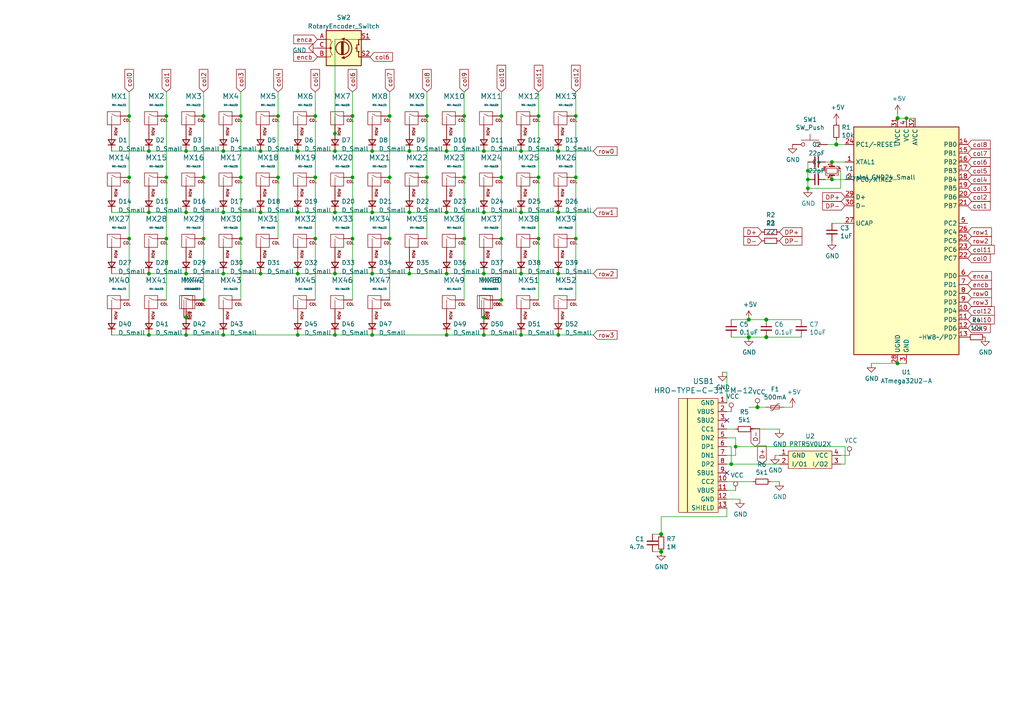
<source format=kicad_sch>
(kicad_sch (version 20210621) (generator eeschema)
  (paper "A4")
  (junction (at 37.465 33.655) (diameter 0.9144))
  (junction (at 37.465 51.435) (diameter 0.9144))
  (junction (at 37.465 69.215) (diameter 0.9144))
  (junction (at 43.18 43.815) (diameter 0.9144))
  (junction (at 43.18 61.595) (diameter 0.9144))
  (junction (at 43.18 79.375) (diameter 0.9144))
  (junction (at 43.18 97.155) (diameter 0.9144))
  (junction (at 48.26 33.655) (diameter 0.9144))
  (junction (at 48.26 51.435) (diameter 0.9144))
  (junction (at 48.26 69.215) (diameter 0.9144))
  (junction (at 53.975 43.815) (diameter 0.9144))
  (junction (at 53.975 61.595) (diameter 0.9144))
  (junction (at 53.975 79.375) (diameter 0.9144))
  (junction (at 53.975 92.075) (diameter 0.9144))
  (junction (at 53.975 97.155) (diameter 0.9144))
  (junction (at 59.055 33.655) (diameter 0.9144))
  (junction (at 59.055 51.435) (diameter 0.9144))
  (junction (at 59.055 69.215) (diameter 0.9144))
  (junction (at 59.055 86.995) (diameter 0.9144))
  (junction (at 64.77 43.815) (diameter 0.9144))
  (junction (at 64.77 61.595) (diameter 0.9144))
  (junction (at 64.77 79.375) (diameter 0.9144))
  (junction (at 64.77 97.155) (diameter 0.9144))
  (junction (at 69.85 33.655) (diameter 0.9144))
  (junction (at 69.85 51.435) (diameter 0.9144))
  (junction (at 69.85 69.215) (diameter 0.9144))
  (junction (at 75.565 43.815) (diameter 0.9144))
  (junction (at 75.565 61.595) (diameter 0.9144))
  (junction (at 75.565 79.375) (diameter 0.9144))
  (junction (at 80.645 33.655) (diameter 0.9144))
  (junction (at 80.645 51.435) (diameter 0.9144))
  (junction (at 86.36 43.815) (diameter 0.9144))
  (junction (at 86.36 61.595) (diameter 0.9144))
  (junction (at 86.36 79.375) (diameter 0.9144))
  (junction (at 86.36 97.155) (diameter 0.9144))
  (junction (at 91.44 33.655) (diameter 0.9144))
  (junction (at 91.44 51.435) (diameter 0.9144))
  (junction (at 91.44 69.215) (diameter 0.9144))
  (junction (at 97.155 38.735) (diameter 0.9144))
  (junction (at 97.155 43.815) (diameter 0.9144))
  (junction (at 97.155 61.595) (diameter 0.9144))
  (junction (at 97.155 79.375) (diameter 0.9144))
  (junction (at 97.155 97.155) (diameter 0.9144))
  (junction (at 102.235 33.655) (diameter 0.9144))
  (junction (at 102.235 51.435) (diameter 0.9144))
  (junction (at 102.235 69.215) (diameter 0.9144))
  (junction (at 107.95 43.815) (diameter 0.9144))
  (junction (at 107.95 61.595) (diameter 0.9144))
  (junction (at 107.95 79.375) (diameter 0.9144))
  (junction (at 107.95 97.155) (diameter 0.9144))
  (junction (at 113.03 33.655) (diameter 0.9144))
  (junction (at 113.03 51.435) (diameter 0.9144))
  (junction (at 113.03 69.215) (diameter 0.9144))
  (junction (at 118.745 43.815) (diameter 0.9144))
  (junction (at 118.745 61.595) (diameter 0.9144))
  (junction (at 118.745 79.375) (diameter 0.9144))
  (junction (at 123.825 33.655) (diameter 0.9144))
  (junction (at 123.825 51.435) (diameter 0.9144))
  (junction (at 129.54 43.815) (diameter 0.9144))
  (junction (at 129.54 61.595) (diameter 0.9144))
  (junction (at 129.54 79.375) (diameter 0.9144))
  (junction (at 129.54 97.155) (diameter 0.9144))
  (junction (at 134.62 33.655) (diameter 0.9144))
  (junction (at 134.62 51.435) (diameter 0.9144))
  (junction (at 134.62 69.215) (diameter 0.9144))
  (junction (at 140.335 43.815) (diameter 0.9144))
  (junction (at 140.335 61.595) (diameter 0.9144))
  (junction (at 140.335 79.375) (diameter 0.9144))
  (junction (at 140.335 92.075) (diameter 0.9144))
  (junction (at 140.335 97.155) (diameter 0.9144))
  (junction (at 145.415 33.655) (diameter 0.9144))
  (junction (at 145.415 51.435) (diameter 0.9144))
  (junction (at 145.415 69.215) (diameter 0.9144))
  (junction (at 145.415 86.995) (diameter 0.9144))
  (junction (at 151.13 43.815) (diameter 0.9144))
  (junction (at 151.13 61.595) (diameter 0.9144))
  (junction (at 151.13 79.375) (diameter 0.9144))
  (junction (at 151.13 97.155) (diameter 0.9144))
  (junction (at 156.21 33.655) (diameter 0.9144))
  (junction (at 156.21 51.435) (diameter 0.9144))
  (junction (at 156.21 69.215) (diameter 0.9144))
  (junction (at 161.925 43.815) (diameter 0.9144))
  (junction (at 161.925 61.595) (diameter 0.9144))
  (junction (at 161.925 79.375) (diameter 0.9144))
  (junction (at 161.925 97.155) (diameter 0.9144))
  (junction (at 167.005 33.655) (diameter 0.9144))
  (junction (at 167.005 51.435) (diameter 0.9144))
  (junction (at 167.005 69.215) (diameter 0.9144))
  (junction (at 191.77 154.94) (diameter 1.016))
  (junction (at 191.77 160.02) (diameter 1.016))
  (junction (at 212.09 134.62) (diameter 0.9144))
  (junction (at 213.36 129.54) (diameter 0.9144))
  (junction (at 217.17 92.71) (diameter 1.016))
  (junction (at 217.17 97.79) (diameter 1.016))
  (junction (at 219.71 118.11) (diameter 1.016))
  (junction (at 222.25 92.71) (diameter 1.016))
  (junction (at 222.25 97.79) (diameter 1.016))
  (junction (at 234.315 49.53) (diameter 0.9144))
  (junction (at 234.315 52.07) (diameter 0.9144))
  (junction (at 234.315 54.61) (diameter 0.9144))
  (junction (at 241.3 46.99) (diameter 0.9144))
  (junction (at 241.3 52.07) (diameter 0.9144))
  (junction (at 242.57 41.91) (diameter 1.016))
  (junction (at 260.35 34.29) (diameter 1.016))
  (junction (at 260.35 105.41) (diameter 0.9144))
  (junction (at 262.89 34.29) (diameter 0.9144))
  (no_connect (at 210.82 121.92))
  (no_connect (at 210.82 137.16))
  (wire (pts (xy 32.385 43.815) (xy 43.18 43.815)))
  (wire (pts (xy 32.385 61.595) (xy 43.18 61.595)))
  (wire (pts (xy 32.385 79.375) (xy 43.18 79.375)))
  (wire (pts (xy 32.385 97.155) (xy 43.18 97.155)))
  (wire (pts (xy 37.465 26.67) (xy 37.465 33.655)))
  (wire (pts (xy 37.465 33.655) (xy 37.465 51.435)))
  (wire (pts (xy 37.465 51.435) (xy 37.465 69.215)))
  (wire (pts (xy 37.465 69.215) (xy 37.465 86.995)))
  (wire (pts (xy 43.18 43.815) (xy 53.975 43.815)))
  (wire (pts (xy 43.18 61.595) (xy 53.975 61.595)))
  (wire (pts (xy 43.18 79.375) (xy 53.975 79.375)))
  (wire (pts (xy 43.18 97.155) (xy 53.975 97.155)))
  (wire (pts (xy 48.26 26.67) (xy 48.26 33.655)))
  (wire (pts (xy 48.26 33.655) (xy 48.26 51.435)))
  (wire (pts (xy 48.26 51.435) (xy 48.26 69.215)))
  (wire (pts (xy 48.26 69.215) (xy 48.26 86.995)))
  (wire (pts (xy 53.34 92.075) (xy 53.975 92.075)))
  (wire (pts (xy 53.975 43.815) (xy 64.77 43.815)))
  (wire (pts (xy 53.975 61.595) (xy 64.77 61.595)))
  (wire (pts (xy 53.975 79.375) (xy 64.77 79.375)))
  (wire (pts (xy 53.975 97.155) (xy 64.77 97.155)))
  (wire (pts (xy 58.42 86.995) (xy 59.055 86.995)))
  (wire (pts (xy 59.055 26.67) (xy 59.055 33.655)))
  (wire (pts (xy 59.055 33.655) (xy 59.055 51.435)))
  (wire (pts (xy 59.055 51.435) (xy 59.055 69.215)))
  (wire (pts (xy 59.055 69.215) (xy 59.055 86.995)))
  (wire (pts (xy 64.77 43.815) (xy 75.565 43.815)))
  (wire (pts (xy 64.77 61.595) (xy 75.565 61.595)))
  (wire (pts (xy 64.77 79.375) (xy 75.565 79.375)))
  (wire (pts (xy 64.77 97.155) (xy 86.36 97.155)))
  (wire (pts (xy 69.85 26.67) (xy 69.85 33.655)))
  (wire (pts (xy 69.85 33.655) (xy 69.85 51.435)))
  (wire (pts (xy 69.85 51.435) (xy 69.85 69.215)))
  (wire (pts (xy 69.85 69.215) (xy 69.85 86.995)))
  (wire (pts (xy 75.565 43.815) (xy 86.36 43.815)))
  (wire (pts (xy 75.565 61.595) (xy 86.36 61.595)))
  (wire (pts (xy 75.565 79.375) (xy 86.36 79.375)))
  (wire (pts (xy 80.645 26.67) (xy 80.645 33.655)))
  (wire (pts (xy 80.645 33.655) (xy 80.645 51.435)))
  (wire (pts (xy 80.645 51.435) (xy 80.645 69.215)))
  (wire (pts (xy 86.36 43.815) (xy 97.155 43.815)))
  (wire (pts (xy 86.36 61.595) (xy 97.155 61.595)))
  (wire (pts (xy 86.36 79.375) (xy 97.155 79.375)))
  (wire (pts (xy 86.36 97.155) (xy 97.155 97.155)))
  (wire (pts (xy 91.44 26.67) (xy 91.44 33.655)))
  (wire (pts (xy 91.44 33.655) (xy 91.44 51.435)))
  (wire (pts (xy 91.44 51.435) (xy 91.44 69.215)))
  (wire (pts (xy 91.44 69.215) (xy 91.44 86.995)))
  (wire (pts (xy 97.155 11.43) (xy 107.315 11.43)))
  (wire (pts (xy 97.155 38.735) (xy 97.155 11.43)))
  (wire (pts (xy 97.155 43.815) (xy 107.95 43.815)))
  (wire (pts (xy 97.155 61.595) (xy 107.95 61.595)))
  (wire (pts (xy 97.155 79.375) (xy 107.95 79.375)))
  (wire (pts (xy 97.155 97.155) (xy 107.95 97.155)))
  (wire (pts (xy 102.235 26.67) (xy 102.235 33.655)))
  (wire (pts (xy 102.235 33.655) (xy 102.235 51.435)))
  (wire (pts (xy 102.235 51.435) (xy 102.235 69.215)))
  (wire (pts (xy 102.235 69.215) (xy 102.235 86.995)))
  (wire (pts (xy 107.95 43.815) (xy 118.745 43.815)))
  (wire (pts (xy 107.95 61.595) (xy 118.745 61.595)))
  (wire (pts (xy 107.95 79.375) (xy 118.745 79.375)))
  (wire (pts (xy 107.95 97.155) (xy 129.54 97.155)))
  (wire (pts (xy 113.03 26.67) (xy 113.03 33.655)))
  (wire (pts (xy 113.03 33.655) (xy 113.03 51.435)))
  (wire (pts (xy 113.03 51.435) (xy 113.03 69.215)))
  (wire (pts (xy 113.03 69.215) (xy 113.03 86.995)))
  (wire (pts (xy 118.745 43.815) (xy 129.54 43.815)))
  (wire (pts (xy 118.745 61.595) (xy 129.54 61.595)))
  (wire (pts (xy 118.745 79.375) (xy 129.54 79.375)))
  (wire (pts (xy 123.825 26.67) (xy 123.825 33.655)))
  (wire (pts (xy 123.825 33.655) (xy 123.825 51.435)))
  (wire (pts (xy 123.825 51.435) (xy 123.825 69.215)))
  (wire (pts (xy 129.54 43.815) (xy 140.335 43.815)))
  (wire (pts (xy 129.54 61.595) (xy 140.335 61.595)))
  (wire (pts (xy 129.54 79.375) (xy 140.335 79.375)))
  (wire (pts (xy 129.54 97.155) (xy 140.335 97.155)))
  (wire (pts (xy 134.62 26.67) (xy 134.62 33.655)))
  (wire (pts (xy 134.62 33.655) (xy 134.62 51.435)))
  (wire (pts (xy 134.62 51.435) (xy 134.62 69.215)))
  (wire (pts (xy 134.62 69.215) (xy 134.62 86.995)))
  (wire (pts (xy 139.7 92.075) (xy 140.335 92.075)))
  (wire (pts (xy 140.335 43.815) (xy 151.13 43.815)))
  (wire (pts (xy 140.335 61.595) (xy 151.13 61.595)))
  (wire (pts (xy 140.335 79.375) (xy 151.13 79.375)))
  (wire (pts (xy 140.335 97.155) (xy 151.13 97.155)))
  (wire (pts (xy 144.78 86.995) (xy 145.415 86.995)))
  (wire (pts (xy 145.415 26.67) (xy 145.415 33.655)))
  (wire (pts (xy 145.415 33.655) (xy 145.415 51.435)))
  (wire (pts (xy 145.415 51.435) (xy 145.415 69.215)))
  (wire (pts (xy 145.415 69.215) (xy 145.415 86.995)))
  (wire (pts (xy 151.13 43.815) (xy 161.925 43.815)))
  (wire (pts (xy 151.13 61.595) (xy 161.925 61.595)))
  (wire (pts (xy 151.13 79.375) (xy 161.925 79.375)))
  (wire (pts (xy 151.13 97.155) (xy 161.925 97.155)))
  (wire (pts (xy 156.21 26.67) (xy 156.21 33.655)))
  (wire (pts (xy 156.21 33.655) (xy 156.21 51.435)))
  (wire (pts (xy 156.21 51.435) (xy 156.21 69.215)))
  (wire (pts (xy 156.21 69.215) (xy 156.21 86.995)))
  (wire (pts (xy 161.925 43.815) (xy 172.085 43.815)))
  (wire (pts (xy 161.925 61.595) (xy 172.085 61.595)))
  (wire (pts (xy 161.925 79.375) (xy 172.085 79.375)))
  (wire (pts (xy 161.925 97.155) (xy 172.085 97.155)))
  (wire (pts (xy 167.005 26.67) (xy 167.005 33.655)))
  (wire (pts (xy 167.005 33.655) (xy 167.005 51.435)))
  (wire (pts (xy 167.005 51.435) (xy 167.005 69.215)))
  (wire (pts (xy 167.005 69.215) (xy 167.005 86.995)))
  (wire (pts (xy 189.23 154.94) (xy 191.77 154.94)))
  (wire (pts (xy 189.23 160.02) (xy 191.77 160.02)))
  (wire (pts (xy 191.77 149.86) (xy 191.77 154.94)))
  (wire (pts (xy 210.82 107.95) (xy 209.55 107.95)))
  (wire (pts (xy 210.82 107.95) (xy 210.82 116.84)))
  (wire (pts (xy 210.82 119.38) (xy 212.09 119.38)))
  (wire (pts (xy 210.82 124.46) (xy 213.36 124.46)))
  (wire (pts (xy 210.82 127) (xy 213.36 127)))
  (wire (pts (xy 210.82 129.54) (xy 212.09 129.54)))
  (wire (pts (xy 210.82 139.7) (xy 218.44 139.7)))
  (wire (pts (xy 210.82 142.24) (xy 213.36 142.24)))
  (wire (pts (xy 210.82 144.78) (xy 214.63 144.78)))
  (wire (pts (xy 210.82 147.32) (xy 210.82 149.86)))
  (wire (pts (xy 210.82 149.86) (xy 191.77 149.86)))
  (wire (pts (xy 212.09 92.71) (xy 217.17 92.71)))
  (wire (pts (xy 212.09 129.54) (xy 212.09 134.62)))
  (wire (pts (xy 212.09 134.62) (xy 210.82 134.62)))
  (wire (pts (xy 212.09 134.62) (xy 226.06 134.62)))
  (wire (pts (xy 213.36 127) (xy 213.36 129.54)))
  (wire (pts (xy 213.36 129.54) (xy 213.36 132.08)))
  (wire (pts (xy 213.36 129.54) (xy 245.11 129.54)))
  (wire (pts (xy 213.36 132.08) (xy 210.82 132.08)))
  (wire (pts (xy 217.17 92.71) (xy 222.25 92.71)))
  (wire (pts (xy 217.17 97.79) (xy 212.09 97.79)))
  (wire (pts (xy 217.17 118.11) (xy 219.71 118.11)))
  (wire (pts (xy 218.44 124.46) (xy 226.06 124.46)))
  (wire (pts (xy 219.71 118.11) (xy 222.25 118.11)))
  (wire (pts (xy 222.25 92.71) (xy 232.41 92.71)))
  (wire (pts (xy 222.25 97.79) (xy 217.17 97.79)))
  (wire (pts (xy 223.52 139.7) (xy 226.06 139.7)))
  (wire (pts (xy 224.79 132.08) (xy 226.06 132.08)))
  (wire (pts (xy 227.33 118.11) (xy 229.87 118.11)))
  (wire (pts (xy 232.41 97.79) (xy 222.25 97.79)))
  (wire (pts (xy 234.315 46.99) (xy 234.315 49.53)))
  (wire (pts (xy 234.315 49.53) (xy 234.315 52.07)))
  (wire (pts (xy 234.315 49.53) (xy 238.76 49.53)))
  (wire (pts (xy 234.315 52.07) (xy 234.315 54.61)))
  (wire (pts (xy 234.315 54.61) (xy 243.84 54.61)))
  (wire (pts (xy 239.395 46.99) (xy 241.3 46.99)))
  (wire (pts (xy 239.395 52.07) (xy 241.3 52.07)))
  (wire (pts (xy 241.3 46.99) (xy 245.11 46.99)))
  (wire (pts (xy 241.3 52.07) (xy 245.11 52.07)))
  (wire (pts (xy 242.57 41.91) (xy 240.03 41.91)))
  (wire (pts (xy 242.57 41.91) (xy 242.57 40.64)))
  (wire (pts (xy 243.84 54.61) (xy 243.84 49.53)))
  (wire (pts (xy 243.84 132.08) (xy 246.38 132.08)))
  (wire (pts (xy 245.11 41.91) (xy 242.57 41.91)))
  (wire (pts (xy 245.11 64.77) (xy 241.3 64.77)))
  (wire (pts (xy 245.11 129.54) (xy 245.11 134.62)))
  (wire (pts (xy 245.11 134.62) (xy 243.84 134.62)))
  (wire (pts (xy 252.73 105.41) (xy 260.35 105.41)))
  (wire (pts (xy 260.35 34.29) (xy 260.35 33.02)))
  (wire (pts (xy 260.35 34.29) (xy 262.89 34.29)))
  (wire (pts (xy 260.35 105.41) (xy 262.89 105.41)))
  (wire (pts (xy 262.89 34.29) (xy 265.43 34.29)))
  (global_label "col0" (shape input) (at 37.465 26.67 90) (property "Intersheet References" "${INTERSHEET_REFS}" (effects hide)))
  (global_label "col1" (shape input) (at 48.26 26.67 90) (property "Intersheet References" "${INTERSHEET_REFS}" (effects hide)))
  (global_label "col2" (shape input) (at 59.055 26.67 90) (property "Intersheet References" "${INTERSHEET_REFS}" (effects hide)))
  (global_label "col3" (shape input) (at 69.85 26.67 90) (property "Intersheet References" "${INTERSHEET_REFS}" (effects hide)))
  (global_label "col4" (shape input) (at 80.645 26.67 90) (property "Intersheet References" "${INTERSHEET_REFS}" (effects hide)))
  (global_label "col5" (shape input) (at 91.44 26.67 90) (property "Intersheet References" "${INTERSHEET_REFS}" (effects hide)))
  (global_label "enca" (shape input) (at 92.075 11.43 180) (property "Intersheet References" "${INTERSHEET_REFS}" (effects hide)))
  (global_label "encb" (shape input) (at 92.075 16.51 180) (property "Intersheet References" "${INTERSHEET_REFS}" (effects hide)))
  (global_label "col6" (shape input) (at 102.235 26.67 90) (property "Intersheet References" "${INTERSHEET_REFS}" (effects hide)))
  (global_label "col6" (shape input) (at 107.315 16.51 0) (property "Intersheet References" "${INTERSHEET_REFS}" (effects hide)))
  (global_label "col7" (shape input) (at 113.03 26.67 90) (property "Intersheet References" "${INTERSHEET_REFS}" (effects hide)))
  (global_label "col8" (shape input) (at 123.825 26.67 90) (property "Intersheet References" "${INTERSHEET_REFS}" (effects hide)))
  (global_label "col9" (shape input) (at 134.62 26.67 90) (property "Intersheet References" "${INTERSHEET_REFS}" (effects hide)))
  (global_label "col10" (shape input) (at 145.415 26.67 90) (property "Intersheet References" "${INTERSHEET_REFS}" (effects hide)))
  (global_label "col11" (shape input) (at 156.21 26.67 90) (property "Intersheet References" "${INTERSHEET_REFS}" (effects hide)))
  (global_label "col12" (shape input) (at 167.005 26.67 90) (property "Intersheet References" "${INTERSHEET_REFS}" (effects hide)))
  (global_label "row0" (shape input) (at 172.085 43.815 0) (property "Intersheet References" "${INTERSHEET_REFS}" (effects hide)))
  (global_label "row1" (shape input) (at 172.085 61.595 0) (property "Intersheet References" "${INTERSHEET_REFS}" (effects hide)))
  (global_label "row2" (shape input) (at 172.085 79.375 0) (property "Intersheet References" "${INTERSHEET_REFS}" (effects hide)))
  (global_label "row3" (shape input) (at 172.085 97.155 0) (property "Intersheet References" "${INTERSHEET_REFS}" (effects hide)))
  (global_label "D-" (shape input) (at 219.075 129.54 90) (property "Intersheet References" "${INTERSHEET_REFS}" (effects hide)))
  (global_label "D+" (shape input) (at 220.98 67.31 180) (property "Intersheet References" "${INTERSHEET_REFS}" (effects hide)))
  (global_label "D-" (shape input) (at 220.98 69.85 180) (property "Intersheet References" "${INTERSHEET_REFS}" (effects hide)))
  (global_label "D+" (shape input) (at 220.98 134.62 90) (property "Intersheet References" "${INTERSHEET_REFS}" (effects hide)))
  (global_label "DP+" (shape input) (at 226.06 67.31 0) (property "Intersheet References" "${INTERSHEET_REFS}" (effects hide)))
  (global_label "DP-" (shape input) (at 226.06 69.85 0) (property "Intersheet References" "${INTERSHEET_REFS}" (effects hide)))
  (global_label "DP+" (shape input) (at 245.11 57.15 180) (property "Intersheet References" "${INTERSHEET_REFS}" (effects hide)))
  (global_label "DP-" (shape input) (at 245.11 59.69 180) (property "Intersheet References" "${INTERSHEET_REFS}" (effects hide)))
  (global_label "col8" (shape input) (at 280.67 41.91 0) (property "Intersheet References" "${INTERSHEET_REFS}" (effects hide)))
  (global_label "col7" (shape input) (at 280.67 44.45 0) (property "Intersheet References" "${INTERSHEET_REFS}" (effects hide)))
  (global_label "col6" (shape input) (at 280.67 46.99 0) (property "Intersheet References" "${INTERSHEET_REFS}" (effects hide)))
  (global_label "col5" (shape input) (at 280.67 49.53 0) (property "Intersheet References" "${INTERSHEET_REFS}" (effects hide)))
  (global_label "col4" (shape input) (at 280.67 52.07 0) (property "Intersheet References" "${INTERSHEET_REFS}" (effects hide)))
  (global_label "col3" (shape input) (at 280.67 54.61 0) (property "Intersheet References" "${INTERSHEET_REFS}" (effects hide)))
  (global_label "col2" (shape input) (at 280.67 57.15 0) (property "Intersheet References" "${INTERSHEET_REFS}" (effects hide)))
  (global_label "col1" (shape input) (at 280.67 59.69 0) (property "Intersheet References" "${INTERSHEET_REFS}" (effects hide)))
  (global_label "row1" (shape input) (at 280.67 67.31 0) (property "Intersheet References" "${INTERSHEET_REFS}" (effects hide)))
  (global_label "row2" (shape input) (at 280.67 69.85 0) (property "Intersheet References" "${INTERSHEET_REFS}" (effects hide)))
  (global_label "col11" (shape input) (at 280.67 72.39 0) (property "Intersheet References" "${INTERSHEET_REFS}" (effects hide)))
  (global_label "col0" (shape input) (at 280.67 74.93 0) (property "Intersheet References" "${INTERSHEET_REFS}" (effects hide)))
  (global_label "enca" (shape input) (at 280.67 80.01 0) (property "Intersheet References" "${INTERSHEET_REFS}" (effects hide)))
  (global_label "encb" (shape input) (at 280.67 82.55 0) (property "Intersheet References" "${INTERSHEET_REFS}" (effects hide)))
  (global_label "row0" (shape input) (at 280.67 85.09 0) (property "Intersheet References" "${INTERSHEET_REFS}" (effects hide)))
  (global_label "row3" (shape input) (at 280.67 87.63 0) (property "Intersheet References" "${INTERSHEET_REFS}" (effects hide)))
  (global_label "col12" (shape input) (at 280.67 90.17 0) (property "Intersheet References" "${INTERSHEET_REFS}" (effects hide)))
  (global_label "col10" (shape input) (at 280.67 92.71 0) (property "Intersheet References" "${INTERSHEET_REFS}" (effects hide)))
  (global_label "col9" (shape input) (at 280.67 95.25 0) (property "Intersheet References" "${INTERSHEET_REFS}" (effects hide)))
  (symbol (lib_id "power:VCC") (at 212.09 119.38 0) (unit 1)
    (property "Reference" "#PWR0120" (effects hide))
    (property "Value" "VCC" (at 212.5218 114.9858 0))
  )
  (symbol (lib_id "power:VCC") (at 213.36 142.24 0) (unit 1)
    (property "Reference" "#PWR0121" (effects hide))
    (property "Value" "VCC" (at 213.7918 137.8458 0))
  )
  (symbol (lib_id "power:VCC") (at 219.71 118.11 0) (unit 1)
    (property "Reference" "#PWR0109" (effects hide))
    (property "Value" "VCC" (at 220.1418 113.7158 0))
  )
  (symbol (lib_id "power:VCC") (at 246.38 132.08 0) (unit 1)
    (property "Reference" "#PWR0122" (effects hide))
    (property "Value" "VCC" (at 246.8118 127.7556 0))
  )
  (symbol (lib_id "power:+5V") (at 217.17 92.71 0) (unit 1)
    (property "Reference" "#PWR0117" (effects hide))
    (property "Value" "+5V" (at 217.551 88.3158 0))
  )
  (symbol (lib_id "power:+5V") (at 229.87 118.11 0) (unit 1)
    (property "Reference" "#PWR0102" (effects hide))
    (property "Value" "+5V" (at 230.251 113.7158 0))
  )
  (symbol (lib_id "power:+5V") (at 242.57 35.56 0) (unit 1)
    (property "Reference" "#PWR0106" (effects hide))
    (property "Value" "+5V" (at 242.951 31.1658 0))
  )
  (symbol (lib_id "power:+5V") (at 260.35 33.02 0) (unit 1)
    (property "Reference" "#PWR0104" (effects hide))
    (property "Value" "+5V" (at 260.731 28.6258 0))
  )
  (symbol (lib_id "power:GND") (at 92.075 13.97 270) (unit 1)
    (property "Reference" "#PWR0111" (effects hide))
    (property "Value" "GND" (at 88.9 14.6049 90) (effects (justify right)))
  )
  (symbol (lib_id "power:GND") (at 191.77 160.02 0) (unit 1)
    (property "Reference" "#PWR0116" (effects hide))
    (property "Value" "GND" (at 191.897 164.4142 0))
  )
  (symbol (lib_id "power:GND") (at 209.55 107.95 0) (unit 1)
    (property "Reference" "#PWR0119" (effects hide))
    (property "Value" "GND" (at 209.677 112.3442 0))
  )
  (symbol (lib_id "power:GND") (at 214.63 144.78 0) (unit 1)
    (property "Reference" "#PWR0118" (effects hide))
    (property "Value" "GND" (at 214.757 149.1742 0))
  )
  (symbol (lib_id "power:GND") (at 217.17 97.79 0) (unit 1)
    (property "Reference" "#PWR0108" (effects hide))
    (property "Value" "GND" (at 217.297 102.1842 0))
  )
  (symbol (lib_id "power:GND") (at 224.79 132.08 0) (unit 1)
    (property "Reference" "#PWR0114" (effects hide))
    (property "Value" "GND" (at 224.9043 136.4044 0))
  )
  (symbol (lib_id "power:GND") (at 226.06 124.46 0) (unit 1)
    (property "Reference" "#PWR0113" (effects hide))
    (property "Value" "GND" (at 226.187 128.8542 0))
  )
  (symbol (lib_id "power:GND") (at 226.06 139.7 0) (unit 1)
    (property "Reference" "#PWR0112" (effects hide))
    (property "Value" "GND" (at 226.187 144.0942 0))
  )
  (symbol (lib_id "power:GND") (at 229.87 41.91 0) (unit 1)
    (property "Reference" "#PWR0103" (effects hide))
    (property "Value" "GND" (at 229.997 46.3042 0))
  )
  (symbol (lib_id "power:GND") (at 234.315 54.61 0) (unit 1)
    (property "Reference" "#PWR0105" (effects hide))
    (property "Value" "GND" (at 234.442 59.0042 0))
  )
  (symbol (lib_id "power:GND") (at 241.3 69.85 0) (unit 1)
    (property "Reference" "#PWR0107" (effects hide))
    (property "Value" "GND" (at 241.427 74.2442 0))
  )
  (symbol (lib_id "power:GND") (at 252.73 105.41 0) (unit 1)
    (property "Reference" "#PWR0110" (effects hide))
    (property "Value" "GND" (at 252.857 109.8042 0))
  )
  (symbol (lib_id "power:GND") (at 285.75 97.79 0) (unit 1)
    (property "Reference" "#PWR0101" (effects hide))
    (property "Value" "GND" (at 285.877 102.1842 0))
  )
  (symbol (lib_id "Device:R_Small") (at 191.77 157.48 0) (unit 1)
    (property "Reference" "R7" (at 193.2686 156.3116 0) (effects (justify left)))
    (property "Value" "1M" (at 193.2686 158.623 0) (effects (justify left)))
    (property "Footprint" "Resistor_SMD:R_0603_1608Metric" (effects hide))
  )
  (symbol (lib_id "Device:R_Small") (at 215.9 124.46 90) (unit 1)
    (property "Reference" "R5" (at 215.9 119.4816 90))
    (property "Value" "5k1" (at 215.9 121.793 90))
    (property "Footprint" "Resistor_SMD:R_0603_1608Metric" (effects hide))
  )
  (symbol (lib_id "Device:R_Small") (at 220.98 139.7 90) (unit 1)
    (property "Reference" "R6" (at 220.98 134.7216 90))
    (property "Value" "5k1" (at 220.98 137.033 90))
    (property "Footprint" "Resistor_SMD:R_0603_1608Metric" (effects hide))
  )
  (symbol (lib_id "Device:R_Small") (at 223.52 67.31 270) (unit 1)
    (property "Reference" "R2" (at 223.52 62.3316 90))
    (property "Value" "22" (at 223.52 64.643 90))
    (property "Footprint" "Resistor_SMD:R_0603_1608Metric" (effects hide))
  )
  (symbol (lib_id "Device:R_Small") (at 223.52 69.85 270) (unit 1)
    (property "Reference" "R3" (at 223.52 64.8716 90))
    (property "Value" "22" (at 223.52 67.183 90))
    (property "Footprint" "Resistor_SMD:R_0603_1608Metric" (effects hide))
  )
  (symbol (lib_id "Device:R_Small") (at 242.57 38.1 0) (unit 1)
    (property "Reference" "R1" (at 244.0686 36.9316 0) (effects (justify left)))
    (property "Value" "10k" (at 244.0686 39.243 0) (effects (justify left)))
    (property "Footprint" "Resistor_SMD:R_0603_1608Metric" (effects hide))
  )
  (symbol (lib_id "Device:R_Small") (at 283.21 97.79 270) (unit 1)
    (property "Reference" "R4" (at 283.21 92.8116 90))
    (property "Value" "10k" (at 283.21 95.123 90))
    (property "Footprint" "Resistor_SMD:R_0603_1608Metric" (effects hide))
  )
  (symbol (lib_id "Device:Polyfuse_Small") (at 224.79 118.11 270) (unit 1)
    (property "Reference" "F1" (at 224.79 112.903 90))
    (property "Value" "500mA" (at 224.79 115.2144 90))
    (property "Footprint" "Fuse:Fuse_1206_3216Metric" (effects hide))
  )
  (symbol (lib_id "Device:D_Small") (at 32.385 41.275 90) (unit 1)
    (property "Reference" "D1" (at 34.29 40.6399 90) (effects (justify right)))
    (property "Value" "D_Small" (at 34.29 43.1799 90) (effects (justify right)))
    (property "Footprint" "rainfootprints:Dyeohd" (effects hide))
  )
  (symbol (lib_id "Device:D_Small") (at 32.385 59.055 90) (unit 1)
    (property "Reference" "D14" (at 34.29 58.4199 90) (effects (justify right)))
    (property "Value" "D_Small" (at 34.29 60.9599 90) (effects (justify right)))
    (property "Footprint" "rainfootprints:Dyeohd" (effects hide))
  )
  (symbol (lib_id "Device:D_Small") (at 32.385 76.835 90) (unit 1)
    (property "Reference" "D27" (at 34.29 76.1999 90) (effects (justify right)))
    (property "Value" "D_Small" (at 34.29 78.7399 90) (effects (justify right)))
    (property "Footprint" "rainfootprints:Dyeohd" (effects hide))
  )
  (symbol (lib_id "Device:D_Small") (at 32.385 94.615 90) (unit 1)
    (property "Reference" "D40" (at 34.29 93.9799 90) (effects (justify right)))
    (property "Value" "D_Small" (at 34.29 96.5199 90) (effects (justify right)))
    (property "Footprint" "rainfootprints:Dyeohd" (effects hide))
  )
  (symbol (lib_id "Device:D_Small") (at 43.18 41.275 90) (unit 1)
    (property "Reference" "D2" (at 45.085 40.6399 90) (effects (justify right)))
    (property "Value" "D_Small" (at 45.085 43.1799 90) (effects (justify right)))
    (property "Footprint" "rainfootprints:Dyeohd" (effects hide))
  )
  (symbol (lib_id "Device:D_Small") (at 43.18 59.055 90) (unit 1)
    (property "Reference" "D15" (at 45.085 58.4199 90) (effects (justify right)))
    (property "Value" "D_Small" (at 45.085 60.9599 90) (effects (justify right)))
    (property "Footprint" "rainfootprints:Dyeohd" (effects hide))
  )
  (symbol (lib_id "Device:D_Small") (at 43.18 76.835 90) (unit 1)
    (property "Reference" "D28" (at 45.085 76.1999 90) (effects (justify right)))
    (property "Value" "D_Small" (at 45.085 78.7399 90) (effects (justify right)))
    (property "Footprint" "rainfootprints:Dyeohd" (effects hide))
  )
  (symbol (lib_id "Device:D_Small") (at 43.18 94.615 90) (unit 1)
    (property "Reference" "D41" (at 45.085 93.9799 90) (effects (justify right)))
    (property "Value" "D_Small" (at 45.085 96.5199 90) (effects (justify right)))
    (property "Footprint" "rainfootprints:Dyeohd" (effects hide))
  )
  (symbol (lib_id "Device:D_Small") (at 53.975 41.275 90) (unit 1)
    (property "Reference" "D3" (at 55.88 40.6399 90) (effects (justify right)))
    (property "Value" "D_Small" (at 55.88 43.1799 90) (effects (justify right)))
    (property "Footprint" "rainfootprints:Dyeohd" (effects hide))
  )
  (symbol (lib_id "Device:D_Small") (at 53.975 59.055 90) (unit 1)
    (property "Reference" "D16" (at 55.88 58.4199 90) (effects (justify right)))
    (property "Value" "D_Small" (at 55.88 60.9599 90) (effects (justify right)))
    (property "Footprint" "rainfootprints:Dyeohd" (effects hide))
  )
  (symbol (lib_id "Device:D_Small") (at 53.975 76.835 90) (unit 1)
    (property "Reference" "D29" (at 55.88 76.1999 90) (effects (justify right)))
    (property "Value" "D_Small" (at 55.88 78.7399 90) (effects (justify right)))
    (property "Footprint" "rainfootprints:Dyeohd" (effects hide))
  )
  (symbol (lib_id "Device:D_Small") (at 53.975 94.615 90) (unit 1)
    (property "Reference" "D42" (at 55.88 93.9799 90) (effects (justify right)))
    (property "Value" "D_Small" (at 55.88 96.5199 90) (effects (justify right)))
    (property "Footprint" "rainfootprints:Dyeohd" (effects hide))
  )
  (symbol (lib_id "Device:D_Small") (at 64.77 41.275 90) (unit 1)
    (property "Reference" "D4" (at 66.675 40.6399 90) (effects (justify right)))
    (property "Value" "D_Small" (at 66.675 43.1799 90) (effects (justify right)))
    (property "Footprint" "rainfootprints:Dyeohd" (effects hide))
  )
  (symbol (lib_id "Device:D_Small") (at 64.77 59.055 90) (unit 1)
    (property "Reference" "D17" (at 66.675 58.4199 90) (effects (justify right)))
    (property "Value" "D_Small" (at 66.675 60.9599 90) (effects (justify right)))
    (property "Footprint" "rainfootprints:Dyeohd" (effects hide))
  )
  (symbol (lib_id "Device:D_Small") (at 64.77 76.835 90) (unit 1)
    (property "Reference" "D30" (at 66.675 76.1999 90) (effects (justify right)))
    (property "Value" "D_Small" (at 66.675 78.7399 90) (effects (justify right)))
    (property "Footprint" "rainfootprints:Dyeohd" (effects hide))
  )
  (symbol (lib_id "Device:D_Small") (at 64.77 94.615 90) (unit 1)
    (property "Reference" "D43" (at 66.675 93.9799 90) (effects (justify right)))
    (property "Value" "D_Small" (at 66.675 96.5199 90) (effects (justify right)))
    (property "Footprint" "rainfootprints:Dyeohd" (effects hide))
  )
  (symbol (lib_id "Device:D_Small") (at 75.565 41.275 90) (unit 1)
    (property "Reference" "D5" (at 77.47 40.6399 90) (effects (justify right)))
    (property "Value" "D_Small" (at 77.47 43.1799 90) (effects (justify right)))
    (property "Footprint" "rainfootprints:Dyeohd" (effects hide))
  )
  (symbol (lib_id "Device:D_Small") (at 75.565 59.055 90) (unit 1)
    (property "Reference" "D18" (at 77.47 58.4199 90) (effects (justify right)))
    (property "Value" "D_Small" (at 77.47 60.9599 90) (effects (justify right)))
    (property "Footprint" "rainfootprints:Dyeohd" (effects hide))
  )
  (symbol (lib_id "Device:D_Small") (at 75.565 76.835 90) (unit 1)
    (property "Reference" "D31" (at 77.47 76.1999 90) (effects (justify right)))
    (property "Value" "D_Small" (at 77.47 78.7399 90) (effects (justify right)))
    (property "Footprint" "rainfootprints:Dyeohd" (effects hide))
  )
  (symbol (lib_id "Device:D_Small") (at 86.36 41.275 90) (unit 1)
    (property "Reference" "D6" (at 88.265 40.6399 90) (effects (justify right)))
    (property "Value" "D_Small" (at 88.265 43.1799 90) (effects (justify right)))
    (property "Footprint" "rainfootprints:Dyeohd" (effects hide))
  )
  (symbol (lib_id "Device:D_Small") (at 86.36 59.055 90) (unit 1)
    (property "Reference" "D19" (at 88.265 58.4199 90) (effects (justify right)))
    (property "Value" "D_Small" (at 88.265 60.9599 90) (effects (justify right)))
    (property "Footprint" "rainfootprints:Dyeohd" (effects hide))
  )
  (symbol (lib_id "Device:D_Small") (at 86.36 76.835 90) (unit 1)
    (property "Reference" "D32" (at 88.265 76.1999 90) (effects (justify right)))
    (property "Value" "D_Small" (at 88.265 78.7399 90) (effects (justify right)))
    (property "Footprint" "rainfootprints:Dyeohd" (effects hide))
  )
  (symbol (lib_id "Device:D_Small") (at 86.36 94.615 90) (unit 1)
    (property "Reference" "D45" (at 88.265 93.9799 90) (effects (justify right)))
    (property "Value" "D_Small" (at 88.265 96.5199 90) (effects (justify right)))
    (property "Footprint" "rainfootprints:Dyeohd" (effects hide))
  )
  (symbol (lib_id "Device:D_Small") (at 97.155 41.275 90) (unit 1)
    (property "Reference" "D7" (at 99.06 40.6399 90) (effects (justify right)))
    (property "Value" "D_Small" (at 99.06 43.1799 90) (effects (justify right)))
    (property "Footprint" "rainfootprints:Dyeohd" (effects hide))
  )
  (symbol (lib_id "Device:D_Small") (at 97.155 59.055 90) (unit 1)
    (property "Reference" "D20" (at 99.06 58.4199 90) (effects (justify right)))
    (property "Value" "D_Small" (at 99.06 60.9599 90) (effects (justify right)))
    (property "Footprint" "rainfootprints:Dyeohd" (effects hide))
  )
  (symbol (lib_id "Device:D_Small") (at 97.155 76.835 90) (unit 1)
    (property "Reference" "D33" (at 99.06 76.1999 90) (effects (justify right)))
    (property "Value" "D_Small" (at 99.06 78.7399 90) (effects (justify right)))
    (property "Footprint" "rainfootprints:Dyeohd" (effects hide))
  )
  (symbol (lib_id "Device:D_Small") (at 97.155 94.615 90) (unit 1)
    (property "Reference" "D46" (at 99.06 93.9799 90) (effects (justify right)))
    (property "Value" "D_Small" (at 99.06 96.5199 90) (effects (justify right)))
    (property "Footprint" "rainfootprints:Dyeohd" (effects hide))
  )
  (symbol (lib_id "Device:D_Small") (at 107.95 41.275 90) (unit 1)
    (property "Reference" "D8" (at 109.855 40.6399 90) (effects (justify right)))
    (property "Value" "D_Small" (at 109.855 43.1799 90) (effects (justify right)))
    (property "Footprint" "rainfootprints:Dyeohd" (effects hide))
  )
  (symbol (lib_id "Device:D_Small") (at 107.95 59.055 90) (unit 1)
    (property "Reference" "D21" (at 109.855 58.4199 90) (effects (justify right)))
    (property "Value" "D_Small" (at 109.855 60.9599 90) (effects (justify right)))
    (property "Footprint" "rainfootprints:Dyeohd" (effects hide))
  )
  (symbol (lib_id "Device:D_Small") (at 107.95 76.835 90) (unit 1)
    (property "Reference" "D34" (at 109.855 76.1999 90) (effects (justify right)))
    (property "Value" "D_Small" (at 109.855 78.7399 90) (effects (justify right)))
    (property "Footprint" "rainfootprints:Dyeohd" (effects hide))
  )
  (symbol (lib_id "Device:D_Small") (at 107.95 94.615 90) (unit 1)
    (property "Reference" "D47" (at 109.855 93.9799 90) (effects (justify right)))
    (property "Value" "D_Small" (at 109.855 96.5199 90) (effects (justify right)))
    (property "Footprint" "rainfootprints:Dyeohd" (effects hide))
  )
  (symbol (lib_id "Device:D_Small") (at 118.745 41.275 90) (unit 1)
    (property "Reference" "D9" (at 120.65 40.6399 90) (effects (justify right)))
    (property "Value" "D_Small" (at 120.65 43.1799 90) (effects (justify right)))
    (property "Footprint" "rainfootprints:Dyeohd" (effects hide))
  )
  (symbol (lib_id "Device:D_Small") (at 118.745 59.055 90) (unit 1)
    (property "Reference" "D22" (at 120.65 58.4199 90) (effects (justify right)))
    (property "Value" "D_Small" (at 120.65 60.9599 90) (effects (justify right)))
    (property "Footprint" "rainfootprints:Dyeohd" (effects hide))
  )
  (symbol (lib_id "Device:D_Small") (at 118.745 76.835 90) (unit 1)
    (property "Reference" "D35" (at 120.65 76.1999 90) (effects (justify right)))
    (property "Value" "D_Small" (at 120.65 78.7399 90) (effects (justify right)))
    (property "Footprint" "rainfootprints:Dyeohd" (effects hide))
  )
  (symbol (lib_id "Device:D_Small") (at 129.54 41.275 90) (unit 1)
    (property "Reference" "D10" (at 131.445 40.6399 90) (effects (justify right)))
    (property "Value" "D_Small" (at 131.445 43.1799 90) (effects (justify right)))
    (property "Footprint" "rainfootprints:Dyeohd" (effects hide))
  )
  (symbol (lib_id "Device:D_Small") (at 129.54 59.055 90) (unit 1)
    (property "Reference" "D23" (at 131.445 58.4199 90) (effects (justify right)))
    (property "Value" "D_Small" (at 131.445 60.9599 90) (effects (justify right)))
    (property "Footprint" "rainfootprints:Dyeohd" (effects hide))
  )
  (symbol (lib_id "Device:D_Small") (at 129.54 76.835 90) (unit 1)
    (property "Reference" "D36" (at 131.445 76.1999 90) (effects (justify right)))
    (property "Value" "D_Small" (at 131.445 78.7399 90) (effects (justify right)))
    (property "Footprint" "rainfootprints:Dyeohd" (effects hide))
  )
  (symbol (lib_id "Device:D_Small") (at 129.54 94.615 90) (unit 1)
    (property "Reference" "D49" (at 131.445 93.9799 90) (effects (justify right)))
    (property "Value" "D_Small" (at 131.445 96.5199 90) (effects (justify right)))
    (property "Footprint" "rainfootprints:Dyeohd" (effects hide))
  )
  (symbol (lib_id "Device:D_Small") (at 140.335 41.275 90) (unit 1)
    (property "Reference" "D11" (at 142.24 40.6399 90) (effects (justify right)))
    (property "Value" "D_Small" (at 142.24 43.1799 90) (effects (justify right)))
    (property "Footprint" "rainfootprints:Dyeohd" (effects hide))
  )
  (symbol (lib_id "Device:D_Small") (at 140.335 59.055 90) (unit 1)
    (property "Reference" "D24" (at 142.24 58.4199 90) (effects (justify right)))
    (property "Value" "D_Small" (at 142.24 60.9599 90) (effects (justify right)))
    (property "Footprint" "rainfootprints:Dyeohd" (effects hide))
  )
  (symbol (lib_id "Device:D_Small") (at 140.335 76.835 90) (unit 1)
    (property "Reference" "D37" (at 142.24 76.1999 90) (effects (justify right)))
    (property "Value" "D_Small" (at 142.24 78.7399 90) (effects (justify right)))
    (property "Footprint" "rainfootprints:Dyeohd" (effects hide))
  )
  (symbol (lib_id "Device:D_Small") (at 140.335 94.615 90) (unit 1)
    (property "Reference" "D50" (at 142.24 93.9799 90) (effects (justify right)))
    (property "Value" "D_Small" (at 142.24 96.5199 90) (effects (justify right)))
    (property "Footprint" "rainfootprints:Dyeohd" (effects hide))
  )
  (symbol (lib_id "Device:D_Small") (at 151.13 41.275 90) (unit 1)
    (property "Reference" "D12" (at 153.035 40.6399 90) (effects (justify right)))
    (property "Value" "D_Small" (at 153.035 43.1799 90) (effects (justify right)))
    (property "Footprint" "rainfootprints:Dyeohd" (effects hide))
  )
  (symbol (lib_id "Device:D_Small") (at 151.13 59.055 90) (unit 1)
    (property "Reference" "D25" (at 153.035 58.4199 90) (effects (justify right)))
    (property "Value" "D_Small" (at 153.035 60.9599 90) (effects (justify right)))
    (property "Footprint" "rainfootprints:Dyeohd" (effects hide))
  )
  (symbol (lib_id "Device:D_Small") (at 151.13 76.835 90) (unit 1)
    (property "Reference" "D38" (at 153.035 76.1999 90) (effects (justify right)))
    (property "Value" "D_Small" (at 153.035 78.7399 90) (effects (justify right)))
    (property "Footprint" "rainfootprints:Dyeohd" (effects hide))
  )
  (symbol (lib_id "Device:D_Small") (at 151.13 94.615 90) (unit 1)
    (property "Reference" "D51" (at 153.035 93.9799 90) (effects (justify right)))
    (property "Value" "D_Small" (at 153.035 96.5199 90) (effects (justify right)))
    (property "Footprint" "rainfootprints:Dyeohd" (effects hide))
  )
  (symbol (lib_id "Device:D_Small") (at 161.925 41.275 90) (unit 1)
    (property "Reference" "D13" (at 163.83 40.6399 90) (effects (justify right)))
    (property "Value" "D_Small" (at 163.83 43.1799 90) (effects (justify right)))
    (property "Footprint" "rainfootprints:Dyeohd" (effects hide))
  )
  (symbol (lib_id "Device:D_Small") (at 161.925 59.055 90) (unit 1)
    (property "Reference" "D26" (at 163.83 58.4199 90) (effects (justify right)))
    (property "Value" "D_Small" (at 163.83 60.9599 90) (effects (justify right)))
    (property "Footprint" "rainfootprints:Dyeohd" (effects hide))
  )
  (symbol (lib_id "Device:D_Small") (at 161.925 76.835 90) (unit 1)
    (property "Reference" "D39" (at 163.83 76.1999 90) (effects (justify right)))
    (property "Value" "D_Small" (at 163.83 78.7399 90) (effects (justify right)))
    (property "Footprint" "rainfootprints:Dyeohd" (effects hide))
  )
  (symbol (lib_id "Device:D_Small") (at 161.925 94.615 90) (unit 1)
    (property "Reference" "D52" (at 163.83 93.9799 90) (effects (justify right)))
    (property "Value" "D_Small" (at 163.83 96.5199 90) (effects (justify right)))
    (property "Footprint" "rainfootprints:Dyeohd" (effects hide))
  )
  (symbol (lib_id "Device:C_Small") (at 189.23 157.48 0) (mirror x) (unit 1)
    (property "Reference" "C1" (at 186.8932 156.3116 0) (effects (justify right)))
    (property "Value" "4.7n" (at 186.8932 158.623 0) (effects (justify right)))
    (property "Footprint" "Capacitor_SMD:C_0603_1608Metric" (effects hide))
  )
  (symbol (lib_id "Device:C_Small") (at 212.09 95.25 0) (unit 1)
    (property "Reference" "C5" (at 214.4268 94.0816 0) (effects (justify left)))
    (property "Value" "0.1uF" (at 214.4268 96.393 0) (effects (justify left)))
    (property "Footprint" "Capacitor_SMD:C_0603_1608Metric" (effects hide))
  )
  (symbol (lib_id "Device:C_Small") (at 222.25 95.25 0) (unit 1)
    (property "Reference" "C6" (at 224.5868 94.0816 0) (effects (justify left)))
    (property "Value" "0.1uF" (at 224.5868 96.393 0) (effects (justify left)))
    (property "Footprint" "Capacitor_SMD:C_0603_1608Metric" (effects hide))
  )
  (symbol (lib_id "Device:C_Small") (at 232.41 95.25 0) (unit 1)
    (property "Reference" "C7" (at 234.7468 94.0816 0) (effects (justify left)))
    (property "Value" "10uF" (at 234.7468 96.393 0) (effects (justify left)))
    (property "Footprint" "Capacitor_SMD:C_0603_1608Metric" (effects hide))
  )
  (symbol (lib_id "Device:C_Small") (at 236.855 46.99 270) (mirror x) (unit 1)
    (property "Reference" "C2" (at 236.855 41.91 90))
    (property "Value" "22pF" (at 236.855 44.45 90))
    (property "Footprint" "Capacitor_SMD:C_0603_1608Metric" (effects hide))
  )
  (symbol (lib_id "Device:C_Small") (at 236.855 52.07 90) (mirror x) (unit 1)
    (property "Reference" "C4" (at 236.855 46.99 90))
    (property "Value" "22pF" (at 236.855 49.53 90))
    (property "Footprint" "Capacitor_SMD:C_0603_1608Metric" (effects hide))
  )
  (symbol (lib_id "Device:C_Small") (at 241.3 67.31 0) (unit 1)
    (property "Reference" "C3" (at 243.6368 66.1416 0) (effects (justify left)))
    (property "Value" "1uF" (at 243.6368 68.453 0) (effects (justify left)))
    (property "Footprint" "Capacitor_SMD:C_0603_1608Metric" (effects hide))
  )
  (symbol (lib_id "Device:Crystal_GND24_Small") (at 241.3 49.53 270) (unit 1)
    (property "Reference" "Y1" (at 245.11 48.8949 90) (effects (justify left)))
    (property "Value" "Crystal_GND24_Small" (at 245.11 51.4349 90) (effects (justify left)))
    (property "Footprint" "Crystal:Crystal_SMD_3225-4Pin_3.2x2.5mm" (effects hide))
  )
  (symbol (lib_id "Switch:SW_Push") (at 234.95 41.91 0) (unit 1)
    (property "Reference" "SW1" (at 234.95 34.671 0))
    (property "Value" "SW_Push" (at 234.95 36.9824 0))
    (property "Footprint" "Connector_PinHeader_2.54mm:PinHeader_1x02_P2.54mm_Vertical" (effects hide))
  )
  (symbol (lib_id "keybage:MX-NoLED") (at 33.655 34.925 0) (unit 1)
    (property "Reference" "MX1" (at 34.5405 27.94 0) (effects (font (size 1.524 1.524))))
    (property "Value" "MX-NoLED" (at 34.5405 30.48 0) (effects (font (size 0.508 0.508))))
    (property "Footprint" "MX_Only:MXOnly-1.5U-NoLED" (effects hide))
  )
  (symbol (lib_id "keybage:MX-NoLED") (at 33.655 52.705 0) (unit 1)
    (property "Reference" "MX14" (at 34.5405 45.72 0) (effects (font (size 1.524 1.524))))
    (property "Value" "MX-NoLED" (at 34.5405 48.26 0) (effects (font (size 0.508 0.508))))
    (property "Footprint" "MX_Only:MXOnly-1.5U-NoLED" (effects hide))
  )
  (symbol (lib_id "keybage:MX-NoLED") (at 33.655 70.485 0) (unit 1)
    (property "Reference" "MX27" (at 34.5405 63.5 0) (effects (font (size 1.524 1.524))))
    (property "Value" "MX-NoLED" (at 34.5405 66.04 0) (effects (font (size 0.508 0.508))))
    (property "Footprint" "MX_Only:MXOnly-1.5U-NoLED" (effects hide))
  )
  (symbol (lib_id "keybage:MX-NoLED") (at 33.655 88.265 0) (unit 1)
    (property "Reference" "MX40" (at 34.5405 81.28 0) (effects (font (size 1.524 1.524))))
    (property "Value" "MX-NoLED" (at 34.5405 83.82 0) (effects (font (size 0.508 0.508))))
    (property "Footprint" "MX_Only:MXOnly-1U-NoLED" (effects hide))
  )
  (symbol (lib_id "keybage:MX-NoLED") (at 44.45 34.925 0) (unit 1)
    (property "Reference" "MX2" (at 45.3355 27.94 0) (effects (font (size 1.524 1.524))))
    (property "Value" "MX-NoLED" (at 45.3355 30.48 0) (effects (font (size 0.508 0.508))))
    (property "Footprint" "MX_Only:MXOnly-1U-NoLED" (effects hide))
  )
  (symbol (lib_id "keybage:MX-NoLED") (at 44.45 52.705 0) (unit 1)
    (property "Reference" "MX15" (at 45.3355 45.72 0) (effects (font (size 1.524 1.524))))
    (property "Value" "MX-NoLED" (at 45.3355 48.26 0) (effects (font (size 0.508 0.508))))
    (property "Footprint" "MX_Only:MXOnly-1U-NoLED" (effects hide))
  )
  (symbol (lib_id "keybage:MX-NoLED") (at 44.45 70.485 0) (unit 1)
    (property "Reference" "MX28" (at 45.3355 63.5 0) (effects (font (size 1.524 1.524))))
    (property "Value" "MX-NoLED" (at 45.3355 66.04 0) (effects (font (size 0.508 0.508))))
    (property "Footprint" "MX_Only:MXOnly-1U-NoLED" (effects hide))
  )
  (symbol (lib_id "keybage:MX-NoLED") (at 44.45 88.265 0) (unit 1)
    (property "Reference" "MX41" (at 45.3355 81.28 0) (effects (font (size 1.524 1.524))))
    (property "Value" "MX-NoLED" (at 45.3355 83.82 0) (effects (font (size 0.508 0.508))))
    (property "Footprint" "MX_Only:MXOnly-1U-NoLED" (effects hide))
  )
  (symbol (lib_id "keybage:MX-NoLED") (at 54.61 88.265 0) (unit 1)
    (property "Reference" "MX44" (at 55.4955 81.28 0) (effects (font (size 1.524 1.524))))
    (property "Value" "MX-NoLED" (at 55.4955 83.82 0) (effects (font (size 0.508 0.508))))
    (property "Footprint" "MX_Only:MXOnly-1.5U-NoLED" (effects hide))
  )
  (symbol (lib_id "keybage:MX-NoLED") (at 55.245 34.925 0) (unit 1)
    (property "Reference" "MX3" (at 56.1305 27.94 0) (effects (font (size 1.524 1.524))))
    (property "Value" "MX-NoLED" (at 56.1305 30.48 0) (effects (font (size 0.508 0.508))))
    (property "Footprint" "MX_Only:MXOnly-1U-NoLED" (effects hide))
  )
  (symbol (lib_id "keybage:MX-NoLED") (at 55.245 52.705 0) (unit 1)
    (property "Reference" "MX16" (at 56.1305 45.72 0) (effects (font (size 1.524 1.524))))
    (property "Value" "MX-NoLED" (at 56.1305 48.26 0) (effects (font (size 0.508 0.508))))
    (property "Footprint" "MX_Only:MXOnly-1U-NoLED" (effects hide))
  )
  (symbol (lib_id "keybage:MX-NoLED") (at 55.245 70.485 0) (unit 1)
    (property "Reference" "MX29" (at 56.1305 63.5 0) (effects (font (size 1.524 1.524))))
    (property "Value" "MX-NoLED" (at 56.1305 66.04 0) (effects (font (size 0.508 0.508))))
    (property "Footprint" "MX_Only:MXOnly-1U-NoLED" (effects hide))
  )
  (symbol (lib_id "keybage:MX-NoLED") (at 55.245 88.265 0) (unit 1)
    (property "Reference" "MX42" (at 56.1305 81.28 0) (effects (font (size 1.524 1.524))))
    (property "Value" "MX-NoLED" (at 56.1305 83.82 0) (effects (font (size 0.508 0.508))))
    (property "Footprint" "MX_Only:MXOnly-1U-NoLED" (effects hide))
  )
  (symbol (lib_id "keybage:MX-NoLED") (at 66.04 34.925 0) (unit 1)
    (property "Reference" "MX4" (at 66.9255 27.94 0) (effects (font (size 1.524 1.524))))
    (property "Value" "MX-NoLED" (at 66.9255 30.48 0) (effects (font (size 0.508 0.508))))
    (property "Footprint" "MX_Only:MXOnly-1U-NoLED" (effects hide))
  )
  (symbol (lib_id "keybage:MX-NoLED") (at 66.04 52.705 0) (unit 1)
    (property "Reference" "MX17" (at 66.9255 45.72 0) (effects (font (size 1.524 1.524))))
    (property "Value" "MX-NoLED" (at 66.9255 48.26 0) (effects (font (size 0.508 0.508))))
    (property "Footprint" "MX_Only:MXOnly-1U-NoLED" (effects hide))
  )
  (symbol (lib_id "keybage:MX-NoLED") (at 66.04 70.485 0) (unit 1)
    (property "Reference" "MX30" (at 66.9255 63.5 0) (effects (font (size 1.524 1.524))))
    (property "Value" "MX-NoLED" (at 66.9255 66.04 0) (effects (font (size 0.508 0.508))))
    (property "Footprint" "MX_Only:MXOnly-1U-NoLED" (effects hide))
  )
  (symbol (lib_id "keybage:MX-NoLED") (at 66.04 88.265 0) (unit 1)
    (property "Reference" "MX43" (at 66.9255 81.28 0) (effects (font (size 1.524 1.524))))
    (property "Value" "MX-NoLED" (at 66.9255 83.82 0) (effects (font (size 0.508 0.508))))
    (property "Footprint" "MX_Only:MXOnly-1.5U-NoLED" (effects hide))
  )
  (symbol (lib_id "keybage:MX-NoLED") (at 76.835 34.925 0) (unit 1)
    (property "Reference" "MX5" (at 77.7205 27.94 0) (effects (font (size 1.524 1.524))))
    (property "Value" "MX-NoLED" (at 77.7205 30.48 0) (effects (font (size 0.508 0.508))))
    (property "Footprint" "MX_Only:MXOnly-1U-NoLED" (effects hide))
  )
  (symbol (lib_id "keybage:MX-NoLED") (at 76.835 52.705 0) (unit 1)
    (property "Reference" "MX18" (at 77.7205 45.72 0) (effects (font (size 1.524 1.524))))
    (property "Value" "MX-NoLED" (at 77.7205 48.26 0) (effects (font (size 0.508 0.508))))
    (property "Footprint" "MX_Only:MXOnly-1U-NoLED" (effects hide))
  )
  (symbol (lib_id "keybage:MX-NoLED") (at 76.835 70.485 0) (unit 1)
    (property "Reference" "MX31" (at 77.7205 63.5 0) (effects (font (size 1.524 1.524))))
    (property "Value" "MX-NoLED" (at 77.7205 66.04 0) (effects (font (size 0.508 0.508))))
    (property "Footprint" "MX_Only:MXOnly-1U-NoLED" (effects hide))
  )
  (symbol (lib_id "keybage:MX-NoLED") (at 87.63 34.925 0) (unit 1)
    (property "Reference" "MX6" (at 88.5155 27.94 0) (effects (font (size 1.524 1.524))))
    (property "Value" "MX-NoLED" (at 88.5155 30.48 0) (effects (font (size 0.508 0.508))))
    (property "Footprint" "MX_Only:MXOnly-1U-NoLED" (effects hide))
  )
  (symbol (lib_id "keybage:MX-NoLED") (at 87.63 52.705 0) (unit 1)
    (property "Reference" "MX19" (at 88.5155 45.72 0) (effects (font (size 1.524 1.524))))
    (property "Value" "MX-NoLED" (at 88.5155 48.26 0) (effects (font (size 0.508 0.508))))
    (property "Footprint" "MX_Only:MXOnly-1U-NoLED" (effects hide))
  )
  (symbol (lib_id "keybage:MX-NoLED") (at 87.63 70.485 0) (unit 1)
    (property "Reference" "MX32" (at 88.5155 63.5 0) (effects (font (size 1.524 1.524))))
    (property "Value" "MX-NoLED" (at 88.5155 66.04 0) (effects (font (size 0.508 0.508))))
    (property "Footprint" "MX_Only:MXOnly-1U-NoLED" (effects hide))
  )
  (symbol (lib_id "keybage:MX-NoLED") (at 87.63 88.265 0) (unit 1)
    (property "Reference" "MX45" (at 88.5155 81.28 0) (effects (font (size 1.524 1.524))))
    (property "Value" "MX-NoLED" (at 88.5155 83.82 0) (effects (font (size 0.508 0.508))))
    (property "Footprint" "MX_Only:MXOnly-2U-ReversedStabilizers-NoLED" (effects hide))
  )
  (symbol (lib_id "keybage:MX-NoLED") (at 98.425 34.925 0) (unit 1)
    (property "Reference" "MX7" (at 99.3105 27.94 0) (effects (font (size 1.524 1.524))))
    (property "Value" "MX-NoLED" (at 99.3105 30.48 0) (effects (font (size 0.508 0.508))))
    (property "Footprint" "MX_Only:MXOnly-1U-NoLED" (effects hide))
  )
  (symbol (lib_id "keybage:MX-NoLED") (at 98.425 52.705 0) (unit 1)
    (property "Reference" "MX20" (at 99.3105 45.72 0) (effects (font (size 1.524 1.524))))
    (property "Value" "MX-NoLED" (at 99.3105 48.26 0) (effects (font (size 0.508 0.508))))
    (property "Footprint" "MX_Only:MXOnly-1U-NoLED" (effects hide))
  )
  (symbol (lib_id "keybage:MX-NoLED") (at 98.425 70.485 0) (unit 1)
    (property "Reference" "MX33" (at 99.3105 63.5 0) (effects (font (size 1.524 1.524))))
    (property "Value" "MX-NoLED" (at 99.3105 66.04 0) (effects (font (size 0.508 0.508))))
    (property "Footprint" "MX_Only:MXOnly-1U-NoLED" (effects hide))
  )
  (symbol (lib_id "keybage:MX-NoLED") (at 98.425 88.265 0) (unit 1)
    (property "Reference" "MX46" (at 99.3105 81.28 0) (effects (font (size 1.524 1.524))))
    (property "Value" "MX-NoLED" (at 99.3105 83.82 0) (effects (font (size 0.508 0.508))))
    (property "Footprint" "MX_Only:MXOnly-7U-ReversedStabilizers-NoLED" (effects hide))
  )
  (symbol (lib_id "keybage:MX-NoLED") (at 109.22 34.925 0) (unit 1)
    (property "Reference" "MX8" (at 110.1055 27.94 0) (effects (font (size 1.524 1.524))))
    (property "Value" "MX-NoLED" (at 110.1055 30.48 0) (effects (font (size 0.508 0.508))))
    (property "Footprint" "MX_Only:MXOnly-1U-NoLED" (effects hide))
  )
  (symbol (lib_id "keybage:MX-NoLED") (at 109.22 52.705 0) (unit 1)
    (property "Reference" "MX21" (at 110.1055 45.72 0) (effects (font (size 1.524 1.524))))
    (property "Value" "MX-NoLED" (at 110.1055 48.26 0) (effects (font (size 0.508 0.508))))
    (property "Footprint" "MX_Only:MXOnly-1U-NoLED" (effects hide))
  )
  (symbol (lib_id "keybage:MX-NoLED") (at 109.22 70.485 0) (unit 1)
    (property "Reference" "MX34" (at 110.1055 63.5 0) (effects (font (size 1.524 1.524))))
    (property "Value" "MX-NoLED" (at 110.1055 66.04 0) (effects (font (size 0.508 0.508))))
    (property "Footprint" "MX_Only:MXOnly-1U-NoLED" (effects hide))
  )
  (symbol (lib_id "keybage:MX-NoLED") (at 109.22 88.265 0) (unit 1)
    (property "Reference" "MX47" (at 110.1055 81.28 0) (effects (font (size 1.524 1.524))))
    (property "Value" "MX-NoLED" (at 110.1055 83.82 0) (effects (font (size 0.508 0.508))))
    (property "Footprint" "MX_Only:MXOnly-2U-ReversedStabilizers-NoLED" (effects hide))
  )
  (symbol (lib_id "keybage:MX-NoLED") (at 120.015 34.925 0) (unit 1)
    (property "Reference" "MX9" (at 120.9005 27.94 0) (effects (font (size 1.524 1.524))))
    (property "Value" "MX-NoLED" (at 120.9005 30.48 0) (effects (font (size 0.508 0.508))))
    (property "Footprint" "MX_Only:MXOnly-1U-NoLED" (effects hide))
  )
  (symbol (lib_id "keybage:MX-NoLED") (at 120.015 52.705 0) (unit 1)
    (property "Reference" "MX22" (at 120.9005 45.72 0) (effects (font (size 1.524 1.524))))
    (property "Value" "MX-NoLED" (at 120.9005 48.26 0) (effects (font (size 0.508 0.508))))
    (property "Footprint" "MX_Only:MXOnly-1U-NoLED" (effects hide))
  )
  (symbol (lib_id "keybage:MX-NoLED") (at 120.015 70.485 0) (unit 1)
    (property "Reference" "MX35" (at 120.9005 63.5 0) (effects (font (size 1.524 1.524))))
    (property "Value" "MX-NoLED" (at 120.9005 66.04 0) (effects (font (size 0.508 0.508))))
    (property "Footprint" "MX_Only:MXOnly-1U-NoLED" (effects hide))
  )
  (symbol (lib_id "keybage:MX-NoLED") (at 130.81 34.925 0) (unit 1)
    (property "Reference" "MX10" (at 131.6955 27.94 0) (effects (font (size 1.524 1.524))))
    (property "Value" "MX-NoLED" (at 131.6955 30.48 0) (effects (font (size 0.508 0.508))))
    (property "Footprint" "MX_Only:MXOnly-1U-NoLED" (effects hide))
  )
  (symbol (lib_id "keybage:MX-NoLED") (at 130.81 52.705 0) (unit 1)
    (property "Reference" "MX23" (at 131.6955 45.72 0) (effects (font (size 1.524 1.524))))
    (property "Value" "MX-NoLED" (at 131.6955 48.26 0) (effects (font (size 0.508 0.508))))
    (property "Footprint" "MX_Only:MXOnly-1U-NoLED" (effects hide))
  )
  (symbol (lib_id "keybage:MX-NoLED") (at 130.81 70.485 0) (unit 1)
    (property "Reference" "MX36" (at 131.6955 63.5 0) (effects (font (size 1.524 1.524))))
    (property "Value" "MX-NoLED" (at 131.6955 66.04 0) (effects (font (size 0.508 0.508))))
    (property "Footprint" "MX_Only:MXOnly-1U-NoLED" (effects hide))
  )
  (symbol (lib_id "keybage:MX-NoLED") (at 130.81 88.265 0) (unit 1)
    (property "Reference" "MX49" (at 131.6955 81.28 0) (effects (font (size 1.524 1.524))))
    (property "Value" "MX-NoLED" (at 131.6955 83.82 0) (effects (font (size 0.508 0.508))))
    (property "Footprint" "MX_Only:MXOnly-1.5U-NoLED" (effects hide))
  )
  (symbol (lib_id "keybage:MX-NoLED") (at 140.97 88.265 0) (unit 1)
    (property "Reference" "MX48" (at 141.8555 81.28 0) (effects (font (size 1.524 1.524))))
    (property "Value" "MX-NoLED" (at 141.8555 83.82 0) (effects (font (size 0.508 0.508))))
    (property "Footprint" "MX_Only:MXOnly-1.5U-NoLED" (effects hide))
  )
  (symbol (lib_id "keybage:MX-NoLED") (at 141.605 34.925 0) (unit 1)
    (property "Reference" "MX11" (at 142.4905 27.94 0) (effects (font (size 1.524 1.524))))
    (property "Value" "MX-NoLED" (at 142.4905 30.48 0) (effects (font (size 0.508 0.508))))
    (property "Footprint" "MX_Only:MXOnly-1U-NoLED" (effects hide))
  )
  (symbol (lib_id "keybage:MX-NoLED") (at 141.605 52.705 0) (unit 1)
    (property "Reference" "MX24" (at 142.4905 45.72 0) (effects (font (size 1.524 1.524))))
    (property "Value" "MX-NoLED" (at 142.4905 48.26 0) (effects (font (size 0.508 0.508))))
    (property "Footprint" "MX_Only:MXOnly-1U-NoLED" (effects hide))
  )
  (symbol (lib_id "keybage:MX-NoLED") (at 141.605 70.485 0) (unit 1)
    (property "Reference" "MX37" (at 142.4905 63.5 0) (effects (font (size 1.524 1.524))))
    (property "Value" "MX-NoLED" (at 142.4905 66.04 0) (effects (font (size 0.508 0.508))))
    (property "Footprint" "MX_Only:MXOnly-1U-NoLED" (effects hide))
  )
  (symbol (lib_id "keybage:MX-NoLED") (at 141.605 88.265 0) (unit 1)
    (property "Reference" "MX50" (at 142.4905 81.28 0) (effects (font (size 1.524 1.524))))
    (property "Value" "MX-NoLED" (at 142.4905 83.82 0) (effects (font (size 0.508 0.508))))
    (property "Footprint" "MX_Only:MXOnly-1U-NoLED" (effects hide))
  )
  (symbol (lib_id "keybage:MX-NoLED") (at 152.4 34.925 0) (unit 1)
    (property "Reference" "MX12" (at 153.2855 27.94 0) (effects (font (size 1.524 1.524))))
    (property "Value" "MX-NoLED" (at 153.2855 30.48 0) (effects (font (size 0.508 0.508))))
    (property "Footprint" "MX_Only:MXOnly-1U-NoLED" (effects hide))
  )
  (symbol (lib_id "keybage:MX-NoLED") (at 152.4 52.705 0) (unit 1)
    (property "Reference" "MX25" (at 153.2855 45.72 0) (effects (font (size 1.524 1.524))))
    (property "Value" "MX-NoLED" (at 153.2855 48.26 0) (effects (font (size 0.508 0.508))))
    (property "Footprint" "MX_Only:MXOnly-1U-NoLED" (effects hide))
  )
  (symbol (lib_id "keybage:MX-NoLED") (at 152.4 70.485 0) (unit 1)
    (property "Reference" "MX38" (at 153.2855 63.5 0) (effects (font (size 1.524 1.524))))
    (property "Value" "MX-NoLED" (at 153.2855 66.04 0) (effects (font (size 0.508 0.508))))
    (property "Footprint" "MX_Only:MXOnly-1U-NoLED" (effects hide))
  )
  (symbol (lib_id "keybage:MX-NoLED") (at 152.4 88.265 0) (unit 1)
    (property "Reference" "MX51" (at 153.2855 81.28 0) (effects (font (size 1.524 1.524))))
    (property "Value" "MX-NoLED" (at 153.2855 83.82 0) (effects (font (size 0.508 0.508))))
    (property "Footprint" "MX_Only:MXOnly-1U-NoLED" (effects hide))
  )
  (symbol (lib_id "keybage:MX-NoLED") (at 163.195 34.925 0) (unit 1)
    (property "Reference" "MX13" (at 164.0805 27.94 0) (effects (font (size 1.524 1.524))))
    (property "Value" "MX-NoLED" (at 164.0805 30.48 0) (effects (font (size 0.508 0.508))))
    (property "Footprint" "MX_Only:MXOnly-1.5U-NoLED" (effects hide))
  )
  (symbol (lib_id "keybage:MX-NoLED") (at 163.195 52.705 0) (unit 1)
    (property "Reference" "MX26" (at 164.0805 45.72 0) (effects (font (size 1.524 1.524))))
    (property "Value" "MX-NoLED" (at 164.0805 48.26 0) (effects (font (size 0.508 0.508))))
    (property "Footprint" "MX_Only:MXOnly-1.5U-NoLED" (effects hide))
  )
  (symbol (lib_id "keybage:MX-NoLED") (at 163.195 70.485 0) (unit 1)
    (property "Reference" "MX39" (at 164.0805 63.5 0) (effects (font (size 1.524 1.524))))
    (property "Value" "MX-NoLED" (at 164.0805 66.04 0) (effects (font (size 0.508 0.508))))
    (property "Footprint" "MX_Only:MXOnly-1.5U-NoLED" (effects hide))
  )
  (symbol (lib_id "keybage:MX-NoLED") (at 163.195 88.265 0) (unit 1)
    (property "Reference" "MX52" (at 164.0805 81.28 0) (effects (font (size 1.524 1.524))))
    (property "Value" "MX-NoLED" (at 164.0805 83.82 0) (effects (font (size 0.508 0.508))))
    (property "Footprint" "MX_Only:MXOnly-1U-NoLED" (effects hide))
  )
  (symbol (lib_id "keebio:PRTR5V0U2X") (at 234.95 133.35 0) (unit 1)
    (property "Reference" "U2" (at 234.95 126.4982 0))
    (property "Value" "PRTR5V0U2X" (at 234.95 128.7969 0))
    (property "Footprint" "Package_TO_SOT_SMD:SOT-143" (effects hide))
  )
  (symbol (lib_id "Device:RotaryEncoder_Switch") (at 99.695 13.97 0) (unit 1)
    (property "Reference" "SW2" (at 99.695 5.08 0))
    (property "Value" "RotaryEncoder_Switch" (at 99.695 7.62 0))
    (property "Footprint" "keebio:RotaryEncoder_EC11-no-legs" (effects hide))
  )
  (symbol (lib_id "Type-C:HRO-TYPE-C-31-M-12") (at 208.28 130.81 0) (unit 1)
    (property "Reference" "USB1" (at 204.0382 110.5662 0) (effects (font (size 1.524 1.524))))
    (property "Value" "HRO-TYPE-C-31-M-12" (at 204.0382 113.2586 0) (effects (font (size 1.524 1.524))))
    (property "Footprint" "Type-C:HRO-TYPE-C-31-M-12" (effects hide))
  )
  (symbol (lib_id "MCU_Microchip_ATmega:ATmega32U2-A") (at 262.89 69.85 0) (unit 1)
    (property "Reference" "U1" (at 262.89 107.95 0))
    (property "Value" "ATmega32U2-A" (at 262.89 110.49 0))
    (property "Footprint" "Package_QFP:TQFP-32_7x7mm_P0.8mm" (effects hide))
    (property "Datasheet" "http://ww1.microchip.com/downloads/en/DeviceDoc/doc7799.pdf" (effects hide))
  )
)
</source>
